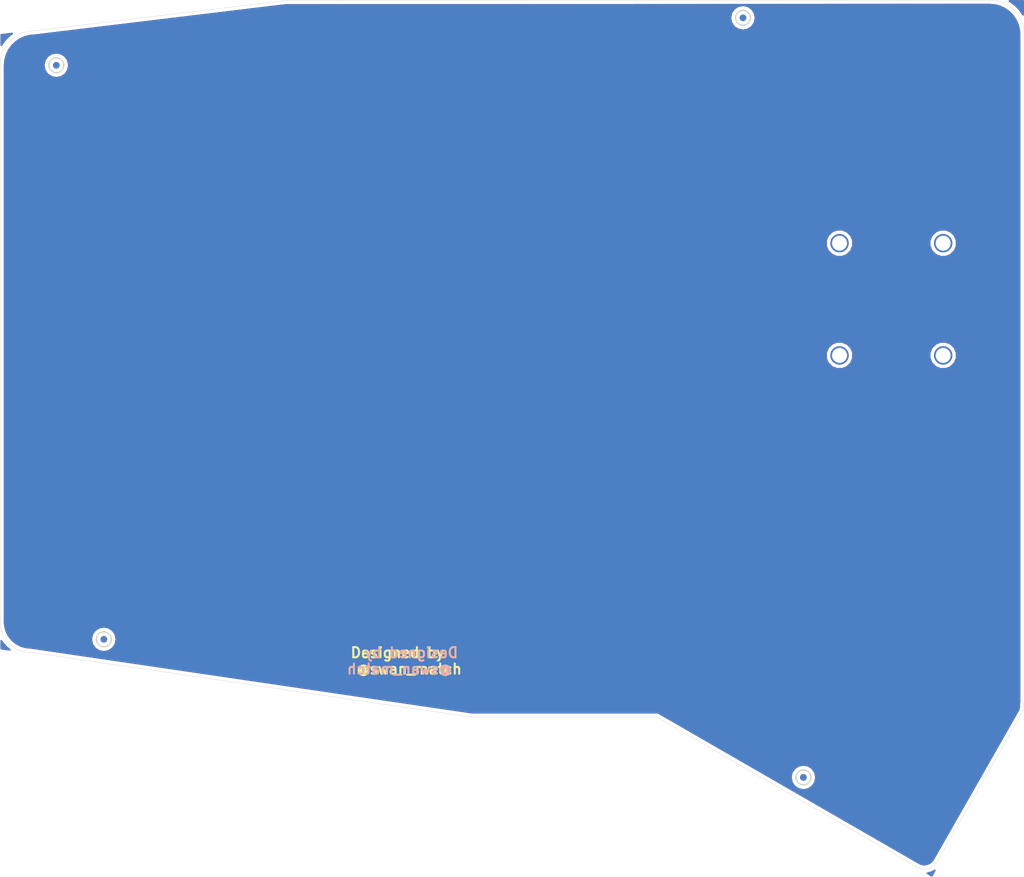
<source format=kicad_pcb>
(kicad_pcb (version 20171130) (host pcbnew 5.0.2-bee76a0~70~ubuntu18.04.1)

  (general
    (thickness 1.6)
    (drawings 21)
    (tracks 0)
    (zones 0)
    (modules 1)
    (nets 1)
  )

  (page A4)
  (layers
    (0 F.Cu signal)
    (31 B.Cu signal)
    (32 B.Adhes user)
    (33 F.Adhes user)
    (34 B.Paste user)
    (35 F.Paste user)
    (36 B.SilkS user)
    (37 F.SilkS user)
    (38 B.Mask user)
    (39 F.Mask user)
    (40 Dwgs.User user)
    (41 Cmts.User user)
    (42 Eco1.User user)
    (43 Eco2.User user)
    (44 Edge.Cuts user)
    (45 Margin user)
    (46 B.CrtYd user)
    (47 F.CrtYd user)
    (48 B.Fab user)
    (49 F.Fab user)
  )

  (setup
    (last_trace_width 0.25)
    (trace_clearance 0.2)
    (zone_clearance 0.508)
    (zone_45_only no)
    (trace_min 0.2)
    (segment_width 0.2)
    (edge_width 0.05)
    (via_size 0.8)
    (via_drill 0.4)
    (via_min_size 0.4)
    (via_min_drill 0.3)
    (uvia_size 0.3)
    (uvia_drill 0.1)
    (uvias_allowed no)
    (uvia_min_size 0.2)
    (uvia_min_drill 0.1)
    (pcb_text_width 0.3)
    (pcb_text_size 1.5 1.5)
    (mod_edge_width 0.12)
    (mod_text_size 1 1)
    (mod_text_width 0.15)
    (pad_size 3.47 3.47)
    (pad_drill 2.2)
    (pad_to_mask_clearance 0.051)
    (solder_mask_min_width 0.25)
    (aux_axis_origin 0 0)
    (grid_origin 71.77 33.64)
    (visible_elements FFFFFF7F)
    (pcbplotparams
      (layerselection 0x010fc_ffffffff)
      (usegerberextensions false)
      (usegerberattributes false)
      (usegerberadvancedattributes false)
      (creategerberjobfile false)
      (excludeedgelayer true)
      (linewidth 0.100000)
      (plotframeref false)
      (viasonmask false)
      (mode 1)
      (useauxorigin false)
      (hpglpennumber 1)
      (hpglpenspeed 20)
      (hpglpendiameter 15.000000)
      (psnegative false)
      (psa4output false)
      (plotreference true)
      (plotvalue true)
      (plotinvisibletext false)
      (padsonsilk false)
      (subtractmaskfromsilk false)
      (outputformat 1)
      (mirror false)
      (drillshape 1)
      (scaleselection 1)
      (outputdirectory ""))
  )

  (net 0 "")

  (net_class Default "これはデフォルトのネット クラスです。"
    (clearance 0.2)
    (trace_width 0.25)
    (via_dia 0.8)
    (via_drill 0.4)
    (uvia_dia 0.3)
    (uvia_drill 0.1)
  )

  (module keyboard:Promicro-home (layer F.Cu) (tedit 5DF8FEBB) (tstamp 5DF8FE06)
    (at 200.27 56.64)
    (fp_text reference REF** (at 0 0.5) (layer Dwgs.User)
      (effects (font (size 1 1) (thickness 0.15)))
    )
    (fp_text value Promicro-home (at 0 -0.5) (layer F.Fab)
      (effects (font (size 1 1) (thickness 0.15)))
    )
    (fp_arc (start 8.89 -26.035) (end 10.16 -26.035) (angle -90) (layer F.CrtYd) (width 0.12))
    (fp_arc (start -8.89 -26.035) (end -8.89 -27.305) (angle -90) (layer F.CrtYd) (width 0.12))
    (fp_arc (start -8.89 25.4) (end -10.16 25.4) (angle -90) (layer F.CrtYd) (width 0.12))
    (fp_arc (start 8.89 25.4) (end 8.89 26.67) (angle -90) (layer F.CrtYd) (width 0.12))
    (fp_line (start -8.89 -27.305) (end 8.89 -27.305) (layer F.CrtYd) (width 0.12))
    (fp_line (start -8.89 26.67) (end 8.89 26.67) (layer F.CrtYd) (width 0.12))
    (fp_line (start -10.16 -26.035) (end -10.16 25.4) (layer F.CrtYd) (width 0.12))
    (fp_line (start 10.16 -26.035) (end 10.16 25.4) (layer F.CrtYd) (width 0.12))
    (pad 1 thru_hole circle (at -7.62 8.255) (size 2.7 2.7) (drill 2.2) (layers *.Cu *.Mask)
      (clearance 0.4))
    (pad 1 thru_hole circle (at 7.62 8.255) (size 2.7 2.7) (drill 2.2) (layers *.Cu *.Mask)
      (clearance 0.4))
    (pad 1 thru_hole circle (at -7.62 24.765) (size 2.7 2.7) (drill 2.2) (layers *.Cu *.Mask)
      (clearance 0.4))
    (pad 1 thru_hole circle (at 7.62 24.765) (size 2.7 2.7) (drill 2.2) (layers *.Cu *.Mask)
      (clearance 0.4))
  )

  (gr_circle (center 187.34 143.495) (end 188.44 143.495) (layer Edge.Cuts) (width 0.2) (tstamp 5DEFCE1E))
  (gr_circle (center 84.47 123.175) (end 85.57 123.175) (layer Edge.Cuts) (width 0.2) (tstamp 5DEFCE1E))
  (gr_circle (center 178.45 31.735) (end 179.55 31.735) (layer Edge.Cuts) (width 0.2) (tstamp 5DEFCE03))
  (gr_circle (center 77.485 38.72) (end 78.585 38.72) (layer Edge.Cuts) (width 0.2))
  (gr_text "Designed by\n   @swan_match" (at 129.682 126.35) (layer B.SilkS) (tstamp 5DEFC409)
    (effects (font (size 1.5 1.5) (thickness 0.3)) (justify mirror))
  )
  (gr_text "Designed by\n   @swan_match" (at 127.65 126.35) (layer F.SilkS)
    (effects (font (size 1.5 1.5) (thickness 0.3)))
  )
  (gr_text Alidox (at 119.014 118.476) (layer B.Mask) (tstamp 5DEFC399)
    (effects (font (size 5 5) (thickness 0.5)) (justify mirror))
  )
  (gr_text Alidox (at 119.014 118.984) (layer F.Mask)
    (effects (font (size 5 5) (thickness 0.5)))
  )
  (gr_arc (start 205.12 154.798) (end 203.850001 156.575999) (angle -90) (layer Edge.Cuts) (width 0.05) (tstamp 5DEFC325))
  (gr_arc (start 217.566 132.954) (end 219.343999 134.223999) (angle -43.64593599) (layer Edge.Cuts) (width 0.05))
  (gr_line (start 111.14 29.195) (end 74.31 33.64) (layer Edge.Cuts) (width 0.05))
  (gr_arc (start 73.675 120.635) (end 69.23 120.635) (angle -90) (layer Edge.Cuts) (width 0.05))
  (gr_arc (start 214.77 34.14) (end 219.77 34.14) (angle -90) (layer Edge.Cuts) (width 0.05))
  (gr_arc (start 74.31 38.72) (end 74.31 33.64) (angle -90) (layer Edge.Cuts) (width 0.05))
  (gr_line (start 69.23 120.635) (end 69.23 38.72) (layer Edge.Cuts) (width 0.05))
  (gr_line (start 138.445 134.605) (end 73.675 125.08) (layer Edge.Cuts) (width 0.05))
  (gr_line (start 165.75 134.605) (end 138.445 134.605) (layer Edge.Cuts) (width 0.05))
  (gr_line (start 203.85 156.576) (end 165.75 134.605) (layer Edge.Cuts) (width 0.05))
  (gr_line (start 219.344 134.224) (end 206.898 156.068) (layer Edge.Cuts) (width 0.05))
  (gr_line (start 219.77 34.14) (end 219.77 132.64) (layer Edge.Cuts) (width 0.05))
  (gr_line (start 111.14 29.195) (end 214.77 29.14) (layer Edge.Cuts) (width 0.05))

  (zone (net 0) (net_name "") (layer F.Cu) (tstamp 0) (hatch edge 0.508)
    (connect_pads (clearance 0.508))
    (min_thickness 0.254)
    (fill yes (arc_segments 16) (thermal_gap 0.508) (thermal_bridge_width 0.508))
    (polygon
      (pts
        (xy 219.77 29.14) (xy 219.77 133.14) (xy 206.27 158.14) (xy 165.77 134.64) (xy 137.27 134.64)
        (xy 69.27 124.64) (xy 69.27 34.14) (xy 110.27 29.14)
      )
    )
    (filled_polygon
      (pts
        (xy 206.220473 157.964431) (xy 205.590283 157.598765) (xy 206.158903 157.441475) (xy 206.197077 157.425064) (xy 206.23724 157.414406)
        (xy 206.323483 157.370724) (xy 206.645968 157.176477)
      )
    )
    (filled_polygon
      (pts
        (xy 215.538083 29.871173) (xy 216.281891 30.074656) (xy 216.977905 30.406638) (xy 217.60413 30.856626) (xy 218.140777 31.410403)
        (xy 218.570871 32.050451) (xy 218.880829 32.756553) (xy 219.062065 33.511457) (xy 219.11 34.164207) (xy 219.110001 132.432501)
        (xy 219.075718 132.552919) (xy 219.069157 132.649371) (xy 219.071862 133.152027) (xy 218.960699 133.558599) (xy 218.769395 133.899293)
        (xy 206.363701 155.672553) (xy 206.07299 155.980641) (xy 205.719847 156.193354) (xy 205.32251 156.303265) (xy 204.910257 156.302274)
        (xy 204.503308 156.187597) (xy 204.177479 156.002969) (xy 182.487358 143.495) (xy 185.485 143.495) (xy 185.626203 144.204878)
        (xy 186.028317 144.806683) (xy 186.630122 145.208797) (xy 187.34 145.35) (xy 188.049878 145.208797) (xy 188.651683 144.806683)
        (xy 189.053797 144.204878) (xy 189.195 143.495) (xy 189.053797 142.785122) (xy 188.651683 142.183317) (xy 188.049878 141.781203)
        (xy 187.34 141.64) (xy 186.630122 141.781203) (xy 186.028317 142.183317) (xy 185.626203 142.785122) (xy 185.485 143.495)
        (xy 182.487358 143.495) (xy 166.098575 134.044136) (xy 166.007519 133.983294) (xy 165.921014 133.966087) (xy 165.837492 133.937783)
        (xy 165.728242 133.945) (xy 138.493272 133.945) (xy 73.706714 124.417566) (xy 73.689819 124.418417) (xy 72.959844 124.348771)
        (xy 72.270484 124.146536) (xy 71.63181 123.817596) (xy 71.066857 123.37382) (xy 70.89433 123.175) (xy 82.615 123.175)
        (xy 82.756203 123.884878) (xy 83.158317 124.486683) (xy 83.760122 124.888797) (xy 84.47 125.03) (xy 85.179878 124.888797)
        (xy 85.781683 124.486683) (xy 86.183797 123.884878) (xy 86.325 123.175) (xy 86.183797 122.465122) (xy 85.781683 121.863317)
        (xy 85.179878 121.461203) (xy 84.47 121.32) (xy 83.760122 121.461203) (xy 83.158317 121.863317) (xy 82.756203 122.465122)
        (xy 82.615 123.175) (xy 70.89433 123.175) (xy 70.596012 122.83122) (xy 70.236267 122.209377) (xy 70.000598 121.530721)
        (xy 69.894145 120.796523) (xy 69.89 120.626934) (xy 69.89 81.056955) (xy 190.656263 81.056955) (xy 190.665 81.428329)
        (xy 190.665 81.799841) (xy 190.674267 81.822212) (xy 190.674836 81.846418) (xy 190.941218 82.489522) (xy 190.952942 82.494992)
        (xy 190.967199 82.529412) (xy 191.525588 83.087801) (xy 191.560008 83.102058) (xy 191.565478 83.113782) (xy 191.911946 83.247836)
        (xy 192.255159 83.39) (xy 192.279374 83.39) (xy 192.301955 83.398737) (xy 192.673329 83.39) (xy 193.044841 83.39)
        (xy 193.067212 83.380733) (xy 193.091418 83.380164) (xy 193.734522 83.113782) (xy 193.739992 83.102058) (xy 193.774412 83.087801)
        (xy 194.332801 82.529412) (xy 194.347058 82.494992) (xy 194.358782 82.489522) (xy 194.492836 82.143054) (xy 194.635 81.799841)
        (xy 194.635 81.775626) (xy 194.643737 81.753045) (xy 194.635 81.381671) (xy 194.635 81.056955) (xy 205.896263 81.056955)
        (xy 205.905 81.428329) (xy 205.905 81.799841) (xy 205.914267 81.822212) (xy 205.914836 81.846418) (xy 206.181218 82.489522)
        (xy 206.192942 82.494992) (xy 206.207199 82.529412) (xy 206.765588 83.087801) (xy 206.800008 83.102058) (xy 206.805478 83.113782)
        (xy 207.151946 83.247836) (xy 207.495159 83.39) (xy 207.519374 83.39) (xy 207.541955 83.398737) (xy 207.913329 83.39)
        (xy 208.284841 83.39) (xy 208.307212 83.380733) (xy 208.331418 83.380164) (xy 208.974522 83.113782) (xy 208.979992 83.102058)
        (xy 209.014412 83.087801) (xy 209.572801 82.529412) (xy 209.587058 82.494992) (xy 209.598782 82.489522) (xy 209.732836 82.143054)
        (xy 209.875 81.799841) (xy 209.875 81.775626) (xy 209.883737 81.753045) (xy 209.875 81.381671) (xy 209.875 81.010159)
        (xy 209.865733 80.987788) (xy 209.865164 80.963582) (xy 209.598782 80.320478) (xy 209.587058 80.315008) (xy 209.572801 80.280588)
        (xy 209.014412 79.722199) (xy 208.979992 79.707942) (xy 208.974522 79.696218) (xy 208.628054 79.562164) (xy 208.284841 79.42)
        (xy 208.260626 79.42) (xy 208.238045 79.411263) (xy 207.866671 79.42) (xy 207.495159 79.42) (xy 207.472788 79.429267)
        (xy 207.448582 79.429836) (xy 206.805478 79.696218) (xy 206.800008 79.707942) (xy 206.765588 79.722199) (xy 206.207199 80.280588)
        (xy 206.192942 80.315008) (xy 206.181218 80.320478) (xy 206.047164 80.666946) (xy 205.905 81.010159) (xy 205.905 81.034374)
        (xy 205.896263 81.056955) (xy 194.635 81.056955) (xy 194.635 81.010159) (xy 194.625733 80.987788) (xy 194.625164 80.963582)
        (xy 194.358782 80.320478) (xy 194.347058 80.315008) (xy 194.332801 80.280588) (xy 193.774412 79.722199) (xy 193.739992 79.707942)
        (xy 193.734522 79.696218) (xy 193.388054 79.562164) (xy 193.044841 79.42) (xy 193.020626 79.42) (xy 192.998045 79.411263)
        (xy 192.626671 79.42) (xy 192.255159 79.42) (xy 192.232788 79.429267) (xy 192.208582 79.429836) (xy 191.565478 79.696218)
        (xy 191.560008 79.707942) (xy 191.525588 79.722199) (xy 190.967199 80.280588) (xy 190.952942 80.315008) (xy 190.941218 80.320478)
        (xy 190.807164 80.666946) (xy 190.665 81.010159) (xy 190.665 81.034374) (xy 190.656263 81.056955) (xy 69.89 81.056955)
        (xy 69.89 64.546955) (xy 190.656263 64.546955) (xy 190.665 64.918329) (xy 190.665 65.289841) (xy 190.674267 65.312212)
        (xy 190.674836 65.336418) (xy 190.941218 65.979522) (xy 190.952942 65.984992) (xy 190.967199 66.019412) (xy 191.525588 66.577801)
        (xy 191.560008 66.592058) (xy 191.565478 66.603782) (xy 191.911946 66.737836) (xy 192.255159 66.88) (xy 192.279374 66.88)
        (xy 192.301955 66.888737) (xy 192.673329 66.88) (xy 193.044841 66.88) (xy 193.067212 66.870733) (xy 193.091418 66.870164)
        (xy 193.734522 66.603782) (xy 193.739992 66.592058) (xy 193.774412 66.577801) (xy 194.332801 66.019412) (xy 194.347058 65.984992)
        (xy 194.358782 65.979522) (xy 194.492836 65.633054) (xy 194.635 65.289841) (xy 194.635 65.265626) (xy 194.643737 65.243045)
        (xy 194.635 64.871671) (xy 194.635 64.546955) (xy 205.896263 64.546955) (xy 205.905 64.918329) (xy 205.905 65.289841)
        (xy 205.914267 65.312212) (xy 205.914836 65.336418) (xy 206.181218 65.979522) (xy 206.192942 65.984992) (xy 206.207199 66.019412)
        (xy 206.765588 66.577801) (xy 206.800008 66.592058) (xy 206.805478 66.603782) (xy 207.151946 66.737836) (xy 207.495159 66.88)
        (xy 207.519374 66.88) (xy 207.541955 66.888737) (xy 207.913329 66.88) (xy 208.284841 66.88) (xy 208.307212 66.870733)
        (xy 208.331418 66.870164) (xy 208.974522 66.603782) (xy 208.979992 66.592058) (xy 209.014412 66.577801) (xy 209.572801 66.019412)
        (xy 209.587058 65.984992) (xy 209.598782 65.979522) (xy 209.732836 65.633054) (xy 209.875 65.289841) (xy 209.875 65.265626)
        (xy 209.883737 65.243045) (xy 209.875 64.871671) (xy 209.875 64.500159) (xy 209.865733 64.477788) (xy 209.865164 64.453582)
        (xy 209.598782 63.810478) (xy 209.587058 63.805008) (xy 209.572801 63.770588) (xy 209.014412 63.212199) (xy 208.979992 63.197942)
        (xy 208.974522 63.186218) (xy 208.628054 63.052164) (xy 208.284841 62.91) (xy 208.260626 62.91) (xy 208.238045 62.901263)
        (xy 207.866671 62.91) (xy 207.495159 62.91) (xy 207.472788 62.919267) (xy 207.448582 62.919836) (xy 206.805478 63.186218)
        (xy 206.800008 63.197942) (xy 206.765588 63.212199) (xy 206.207199 63.770588) (xy 206.192942 63.805008) (xy 206.181218 63.810478)
        (xy 206.047164 64.156946) (xy 205.905 64.500159) (xy 205.905 64.524374) (xy 205.896263 64.546955) (xy 194.635 64.546955)
        (xy 194.635 64.500159) (xy 194.625733 64.477788) (xy 194.625164 64.453582) (xy 194.358782 63.810478) (xy 194.347058 63.805008)
        (xy 194.332801 63.770588) (xy 193.774412 63.212199) (xy 193.739992 63.197942) (xy 193.734522 63.186218) (xy 193.388054 63.052164)
        (xy 193.044841 62.91) (xy 193.020626 62.91) (xy 192.998045 62.901263) (xy 192.626671 62.91) (xy 192.255159 62.91)
        (xy 192.232788 62.919267) (xy 192.208582 62.919836) (xy 191.565478 63.186218) (xy 191.560008 63.197942) (xy 191.525588 63.212199)
        (xy 190.967199 63.770588) (xy 190.952942 63.805008) (xy 190.941218 63.810478) (xy 190.807164 64.156946) (xy 190.665 64.500159)
        (xy 190.665 64.524374) (xy 190.656263 64.546955) (xy 69.89 64.546955) (xy 69.89 38.749392) (xy 69.892623 38.72)
        (xy 75.63 38.72) (xy 75.771203 39.429878) (xy 76.173317 40.031683) (xy 76.775122 40.433797) (xy 77.485 40.575)
        (xy 78.194878 40.433797) (xy 78.796683 40.031683) (xy 79.198797 39.429878) (xy 79.34 38.72) (xy 79.198797 38.010122)
        (xy 78.796683 37.408317) (xy 78.194878 37.006203) (xy 77.485 36.865) (xy 76.775122 37.006203) (xy 76.173317 37.408317)
        (xy 75.771203 38.010122) (xy 75.63 38.72) (xy 69.892623 38.72) (xy 69.962437 37.937751) (xy 70.169672 37.180226)
        (xy 70.507777 36.471375) (xy 70.966067 35.833596) (xy 71.530055 35.287054) (xy 72.181913 34.849023) (xy 72.901038 34.533349)
        (xy 73.669768 34.348794) (xy 74.309038 34.301848) (xy 74.324546 34.303033) (xy 95.602542 31.735) (xy 176.595 31.735)
        (xy 176.736203 32.444878) (xy 177.138317 33.046683) (xy 177.740122 33.448797) (xy 178.45 33.59) (xy 179.159878 33.448797)
        (xy 179.761683 33.046683) (xy 180.163797 32.444878) (xy 180.305 31.735) (xy 180.163797 31.025122) (xy 179.761683 30.423317)
        (xy 179.159878 30.021203) (xy 178.45 29.88) (xy 177.740122 30.021203) (xy 177.138317 30.423317) (xy 176.736203 31.025122)
        (xy 176.595 31.735) (xy 95.602542 31.735) (xy 111.179865 29.854979) (xy 214.740778 29.800015)
      )
    )
    (filled_polygon
      (pts
        (xy 187.479679 143.157784) (xy 187.598094 143.236906) (xy 187.677216 143.355321) (xy 187.705 143.495) (xy 187.677216 143.634679)
        (xy 187.598094 143.753094) (xy 187.479679 143.832216) (xy 187.34 143.86) (xy 187.200321 143.832216) (xy 187.081906 143.753094)
        (xy 187.002784 143.634679) (xy 186.975 143.495) (xy 187.002784 143.355321) (xy 187.081906 143.236906) (xy 187.200321 143.157784)
        (xy 187.34 143.13)
      )
    )
    (filled_polygon
      (pts
        (xy 84.609679 122.837784) (xy 84.728094 122.916906) (xy 84.807216 123.035321) (xy 84.835 123.175) (xy 84.807216 123.314679)
        (xy 84.728094 123.433094) (xy 84.609679 123.512216) (xy 84.47 123.54) (xy 84.330321 123.512216) (xy 84.211906 123.433094)
        (xy 84.132784 123.314679) (xy 84.105 123.175) (xy 84.132784 123.035321) (xy 84.211906 122.916906) (xy 84.330321 122.837784)
        (xy 84.47 122.81)
      )
    )
    (filled_polygon
      (pts
        (xy 77.624679 38.382784) (xy 77.743094 38.461906) (xy 77.822216 38.580321) (xy 77.85 38.72) (xy 77.822216 38.859679)
        (xy 77.743094 38.978094) (xy 77.624679 39.057216) (xy 77.485 39.085) (xy 77.345321 39.057216) (xy 77.226906 38.978094)
        (xy 77.147784 38.859679) (xy 77.12 38.72) (xy 77.147784 38.580321) (xy 77.226906 38.461906) (xy 77.345321 38.382784)
        (xy 77.485 38.355)
      )
    )
    (filled_polygon
      (pts
        (xy 178.589679 31.397784) (xy 178.708094 31.476906) (xy 178.787216 31.595321) (xy 178.815 31.735) (xy 178.787216 31.874679)
        (xy 178.708094 31.993094) (xy 178.589679 32.072216) (xy 178.45 32.1) (xy 178.310321 32.072216) (xy 178.191906 31.993094)
        (xy 178.112784 31.874679) (xy 178.085 31.735) (xy 178.112784 31.595321) (xy 178.191906 31.476906) (xy 178.310321 31.397784)
        (xy 178.45 31.37)
      )
    )
    (filled_polygon
      (pts
        (xy 69.484969 123.546724) (xy 69.502709 123.571594) (xy 69.517939 123.598081) (xy 69.557763 123.648779) (xy 69.557771 123.64879)
        (xy 69.557776 123.648795) (xy 70.111155 124.286508) (xy 70.133284 124.307582) (xy 70.153243 124.330704) (xy 70.201934 124.372956)
        (xy 70.201944 124.372966) (xy 70.201949 124.37297) (xy 70.6338 124.712192) (xy 69.397 124.53031) (xy 69.397 123.394664)
      )
    )
    (filled_polygon
      (pts
        (xy 70.74494 34.224291) (xy 70.728799 34.237362) (xy 70.71127 34.248486) (xy 70.653765 34.298123) (xy 70.653749 34.298136)
        (xy 70.653744 34.298142) (xy 70.005163 34.926659) (xy 69.991595 34.942378) (xy 69.976308 34.956435) (xy 69.928489 35.015487)
        (xy 69.401455 35.748933) (xy 69.397 35.756466) (xy 69.397 34.252453) (xy 70.992605 34.057867)
      )
    )
    (filled_polygon
      (pts
        (xy 219.643 31.279277) (xy 219.203538 30.625287) (xy 219.19047 30.609149) (xy 219.179343 30.591616) (xy 219.129693 30.534095)
        (xy 218.511066 29.895722) (xy 218.495348 29.882154) (xy 218.481292 29.866869) (xy 218.42224 29.81905) (xy 217.700344 29.300315)
        (xy 217.68247 29.289744) (xy 217.66593 29.27719) (xy 217.647394 29.267) (xy 219.643 29.267)
      )
    )
  )
  (zone (net 0) (net_name "") (layer B.Cu) (tstamp 5DF8FE9A) (hatch edge 0.508)
    (connect_pads (clearance 0.508))
    (min_thickness 0.254)
    (fill yes (arc_segments 16) (thermal_gap 0.508) (thermal_bridge_width 0.508))
    (polygon
      (pts
        (xy 219.77 29.14) (xy 219.77 133.14) (xy 206.27 158.14) (xy 165.77 134.64) (xy 137.27 134.64)
        (xy 69.27 124.64) (xy 69.27 34.14) (xy 110.27 29.14)
      )
    )
    (filled_polygon
      (pts
        (xy 206.220473 157.964431) (xy 205.590283 157.598765) (xy 206.158903 157.441475) (xy 206.197077 157.425064) (xy 206.23724 157.414406)
        (xy 206.323483 157.370724) (xy 206.645968 157.176477)
      )
    )
    (filled_polygon
      (pts
        (xy 215.538083 29.871173) (xy 216.281891 30.074656) (xy 216.977905 30.406638) (xy 217.60413 30.856626) (xy 218.140777 31.410403)
        (xy 218.570871 32.050451) (xy 218.880829 32.756553) (xy 219.062065 33.511457) (xy 219.11 34.164207) (xy 219.110001 132.432501)
        (xy 219.075718 132.552919) (xy 219.069157 132.649371) (xy 219.071862 133.152027) (xy 218.960699 133.558599) (xy 218.769395 133.899293)
        (xy 206.363701 155.672553) (xy 206.07299 155.980641) (xy 205.719847 156.193354) (xy 205.32251 156.303265) (xy 204.910257 156.302274)
        (xy 204.503308 156.187597) (xy 204.177479 156.002969) (xy 182.487358 143.495) (xy 185.485 143.495) (xy 185.626203 144.204878)
        (xy 186.028317 144.806683) (xy 186.630122 145.208797) (xy 187.34 145.35) (xy 188.049878 145.208797) (xy 188.651683 144.806683)
        (xy 189.053797 144.204878) (xy 189.195 143.495) (xy 189.053797 142.785122) (xy 188.651683 142.183317) (xy 188.049878 141.781203)
        (xy 187.34 141.64) (xy 186.630122 141.781203) (xy 186.028317 142.183317) (xy 185.626203 142.785122) (xy 185.485 143.495)
        (xy 182.487358 143.495) (xy 166.098575 134.044136) (xy 166.007519 133.983294) (xy 165.921014 133.966087) (xy 165.837492 133.937783)
        (xy 165.728242 133.945) (xy 138.493272 133.945) (xy 73.706714 124.417566) (xy 73.689819 124.418417) (xy 72.959844 124.348771)
        (xy 72.270484 124.146536) (xy 71.63181 123.817596) (xy 71.066857 123.37382) (xy 70.89433 123.175) (xy 82.615 123.175)
        (xy 82.756203 123.884878) (xy 83.158317 124.486683) (xy 83.760122 124.888797) (xy 84.47 125.03) (xy 85.179878 124.888797)
        (xy 85.781683 124.486683) (xy 86.183797 123.884878) (xy 86.325 123.175) (xy 86.183797 122.465122) (xy 85.781683 121.863317)
        (xy 85.179878 121.461203) (xy 84.47 121.32) (xy 83.760122 121.461203) (xy 83.158317 121.863317) (xy 82.756203 122.465122)
        (xy 82.615 123.175) (xy 70.89433 123.175) (xy 70.596012 122.83122) (xy 70.236267 122.209377) (xy 70.000598 121.530721)
        (xy 69.894145 120.796523) (xy 69.89 120.626934) (xy 69.89 81.056955) (xy 190.656263 81.056955) (xy 190.665 81.428329)
        (xy 190.665 81.799841) (xy 190.674267 81.822212) (xy 190.674836 81.846418) (xy 190.941218 82.489522) (xy 190.952942 82.494992)
        (xy 190.967199 82.529412) (xy 191.525588 83.087801) (xy 191.560008 83.102058) (xy 191.565478 83.113782) (xy 191.911946 83.247836)
        (xy 192.255159 83.39) (xy 192.279374 83.39) (xy 192.301955 83.398737) (xy 192.673329 83.39) (xy 193.044841 83.39)
        (xy 193.067212 83.380733) (xy 193.091418 83.380164) (xy 193.734522 83.113782) (xy 193.739992 83.102058) (xy 193.774412 83.087801)
        (xy 194.332801 82.529412) (xy 194.347058 82.494992) (xy 194.358782 82.489522) (xy 194.492836 82.143054) (xy 194.635 81.799841)
        (xy 194.635 81.775626) (xy 194.643737 81.753045) (xy 194.635 81.381671) (xy 194.635 81.056955) (xy 205.896263 81.056955)
        (xy 205.905 81.428329) (xy 205.905 81.799841) (xy 205.914267 81.822212) (xy 205.914836 81.846418) (xy 206.181218 82.489522)
        (xy 206.192942 82.494992) (xy 206.207199 82.529412) (xy 206.765588 83.087801) (xy 206.800008 83.102058) (xy 206.805478 83.113782)
        (xy 207.151946 83.247836) (xy 207.495159 83.39) (xy 207.519374 83.39) (xy 207.541955 83.398737) (xy 207.913329 83.39)
        (xy 208.284841 83.39) (xy 208.307212 83.380733) (xy 208.331418 83.380164) (xy 208.974522 83.113782) (xy 208.979992 83.102058)
        (xy 209.014412 83.087801) (xy 209.572801 82.529412) (xy 209.587058 82.494992) (xy 209.598782 82.489522) (xy 209.732836 82.143054)
        (xy 209.875 81.799841) (xy 209.875 81.775626) (xy 209.883737 81.753045) (xy 209.875 81.381671) (xy 209.875 81.010159)
        (xy 209.865733 80.987788) (xy 209.865164 80.963582) (xy 209.598782 80.320478) (xy 209.587058 80.315008) (xy 209.572801 80.280588)
        (xy 209.014412 79.722199) (xy 208.979992 79.707942) (xy 208.974522 79.696218) (xy 208.628054 79.562164) (xy 208.284841 79.42)
        (xy 208.260626 79.42) (xy 208.238045 79.411263) (xy 207.866671 79.42) (xy 207.495159 79.42) (xy 207.472788 79.429267)
        (xy 207.448582 79.429836) (xy 206.805478 79.696218) (xy 206.800008 79.707942) (xy 206.765588 79.722199) (xy 206.207199 80.280588)
        (xy 206.192942 80.315008) (xy 206.181218 80.320478) (xy 206.047164 80.666946) (xy 205.905 81.010159) (xy 205.905 81.034374)
        (xy 205.896263 81.056955) (xy 194.635 81.056955) (xy 194.635 81.010159) (xy 194.625733 80.987788) (xy 194.625164 80.963582)
        (xy 194.358782 80.320478) (xy 194.347058 80.315008) (xy 194.332801 80.280588) (xy 193.774412 79.722199) (xy 193.739992 79.707942)
        (xy 193.734522 79.696218) (xy 193.388054 79.562164) (xy 193.044841 79.42) (xy 193.020626 79.42) (xy 192.998045 79.411263)
        (xy 192.626671 79.42) (xy 192.255159 79.42) (xy 192.232788 79.429267) (xy 192.208582 79.429836) (xy 191.565478 79.696218)
        (xy 191.560008 79.707942) (xy 191.525588 79.722199) (xy 190.967199 80.280588) (xy 190.952942 80.315008) (xy 190.941218 80.320478)
        (xy 190.807164 80.666946) (xy 190.665 81.010159) (xy 190.665 81.034374) (xy 190.656263 81.056955) (xy 69.89 81.056955)
        (xy 69.89 64.546955) (xy 190.656263 64.546955) (xy 190.665 64.918329) (xy 190.665 65.289841) (xy 190.674267 65.312212)
        (xy 190.674836 65.336418) (xy 190.941218 65.979522) (xy 190.952942 65.984992) (xy 190.967199 66.019412) (xy 191.525588 66.577801)
        (xy 191.560008 66.592058) (xy 191.565478 66.603782) (xy 191.911946 66.737836) (xy 192.255159 66.88) (xy 192.279374 66.88)
        (xy 192.301955 66.888737) (xy 192.673329 66.88) (xy 193.044841 66.88) (xy 193.067212 66.870733) (xy 193.091418 66.870164)
        (xy 193.734522 66.603782) (xy 193.739992 66.592058) (xy 193.774412 66.577801) (xy 194.332801 66.019412) (xy 194.347058 65.984992)
        (xy 194.358782 65.979522) (xy 194.492836 65.633054) (xy 194.635 65.289841) (xy 194.635 65.265626) (xy 194.643737 65.243045)
        (xy 194.635 64.871671) (xy 194.635 64.546955) (xy 205.896263 64.546955) (xy 205.905 64.918329) (xy 205.905 65.289841)
        (xy 205.914267 65.312212) (xy 205.914836 65.336418) (xy 206.181218 65.979522) (xy 206.192942 65.984992) (xy 206.207199 66.019412)
        (xy 206.765588 66.577801) (xy 206.800008 66.592058) (xy 206.805478 66.603782) (xy 207.151946 66.737836) (xy 207.495159 66.88)
        (xy 207.519374 66.88) (xy 207.541955 66.888737) (xy 207.913329 66.88) (xy 208.284841 66.88) (xy 208.307212 66.870733)
        (xy 208.331418 66.870164) (xy 208.974522 66.603782) (xy 208.979992 66.592058) (xy 209.014412 66.577801) (xy 209.572801 66.019412)
        (xy 209.587058 65.984992) (xy 209.598782 65.979522) (xy 209.732836 65.633054) (xy 209.875 65.289841) (xy 209.875 65.265626)
        (xy 209.883737 65.243045) (xy 209.875 64.871671) (xy 209.875 64.500159) (xy 209.865733 64.477788) (xy 209.865164 64.453582)
        (xy 209.598782 63.810478) (xy 209.587058 63.805008) (xy 209.572801 63.770588) (xy 209.014412 63.212199) (xy 208.979992 63.197942)
        (xy 208.974522 63.186218) (xy 208.628054 63.052164) (xy 208.284841 62.91) (xy 208.260626 62.91) (xy 208.238045 62.901263)
        (xy 207.866671 62.91) (xy 207.495159 62.91) (xy 207.472788 62.919267) (xy 207.448582 62.919836) (xy 206.805478 63.186218)
        (xy 206.800008 63.197942) (xy 206.765588 63.212199) (xy 206.207199 63.770588) (xy 206.192942 63.805008) (xy 206.181218 63.810478)
        (xy 206.047164 64.156946) (xy 205.905 64.500159) (xy 205.905 64.524374) (xy 205.896263 64.546955) (xy 194.635 64.546955)
        (xy 194.635 64.500159) (xy 194.625733 64.477788) (xy 194.625164 64.453582) (xy 194.358782 63.810478) (xy 194.347058 63.805008)
        (xy 194.332801 63.770588) (xy 193.774412 63.212199) (xy 193.739992 63.197942) (xy 193.734522 63.186218) (xy 193.388054 63.052164)
        (xy 193.044841 62.91) (xy 193.020626 62.91) (xy 192.998045 62.901263) (xy 192.626671 62.91) (xy 192.255159 62.91)
        (xy 192.232788 62.919267) (xy 192.208582 62.919836) (xy 191.565478 63.186218) (xy 191.560008 63.197942) (xy 191.525588 63.212199)
        (xy 190.967199 63.770588) (xy 190.952942 63.805008) (xy 190.941218 63.810478) (xy 190.807164 64.156946) (xy 190.665 64.500159)
        (xy 190.665 64.524374) (xy 190.656263 64.546955) (xy 69.89 64.546955) (xy 69.89 38.749392) (xy 69.892623 38.72)
        (xy 75.63 38.72) (xy 75.771203 39.429878) (xy 76.173317 40.031683) (xy 76.775122 40.433797) (xy 77.485 40.575)
        (xy 78.194878 40.433797) (xy 78.796683 40.031683) (xy 79.198797 39.429878) (xy 79.34 38.72) (xy 79.198797 38.010122)
        (xy 78.796683 37.408317) (xy 78.194878 37.006203) (xy 77.485 36.865) (xy 76.775122 37.006203) (xy 76.173317 37.408317)
        (xy 75.771203 38.010122) (xy 75.63 38.72) (xy 69.892623 38.72) (xy 69.962437 37.937751) (xy 70.169672 37.180226)
        (xy 70.507777 36.471375) (xy 70.966067 35.833596) (xy 71.530055 35.287054) (xy 72.181913 34.849023) (xy 72.901038 34.533349)
        (xy 73.669768 34.348794) (xy 74.309038 34.301848) (xy 74.324546 34.303033) (xy 95.602542 31.735) (xy 176.595 31.735)
        (xy 176.736203 32.444878) (xy 177.138317 33.046683) (xy 177.740122 33.448797) (xy 178.45 33.59) (xy 179.159878 33.448797)
        (xy 179.761683 33.046683) (xy 180.163797 32.444878) (xy 180.305 31.735) (xy 180.163797 31.025122) (xy 179.761683 30.423317)
        (xy 179.159878 30.021203) (xy 178.45 29.88) (xy 177.740122 30.021203) (xy 177.138317 30.423317) (xy 176.736203 31.025122)
        (xy 176.595 31.735) (xy 95.602542 31.735) (xy 111.179865 29.854979) (xy 214.740778 29.800015)
      )
    )
    (filled_polygon
      (pts
        (xy 187.479679 143.157784) (xy 187.598094 143.236906) (xy 187.677216 143.355321) (xy 187.705 143.495) (xy 187.677216 143.634679)
        (xy 187.598094 143.753094) (xy 187.479679 143.832216) (xy 187.34 143.86) (xy 187.200321 143.832216) (xy 187.081906 143.753094)
        (xy 187.002784 143.634679) (xy 186.975 143.495) (xy 187.002784 143.355321) (xy 187.081906 143.236906) (xy 187.200321 143.157784)
        (xy 187.34 143.13)
      )
    )
    (filled_polygon
      (pts
        (xy 84.609679 122.837784) (xy 84.728094 122.916906) (xy 84.807216 123.035321) (xy 84.835 123.175) (xy 84.807216 123.314679)
        (xy 84.728094 123.433094) (xy 84.609679 123.512216) (xy 84.47 123.54) (xy 84.330321 123.512216) (xy 84.211906 123.433094)
        (xy 84.132784 123.314679) (xy 84.105 123.175) (xy 84.132784 123.035321) (xy 84.211906 122.916906) (xy 84.330321 122.837784)
        (xy 84.47 122.81)
      )
    )
    (filled_polygon
      (pts
        (xy 77.624679 38.382784) (xy 77.743094 38.461906) (xy 77.822216 38.580321) (xy 77.85 38.72) (xy 77.822216 38.859679)
        (xy 77.743094 38.978094) (xy 77.624679 39.057216) (xy 77.485 39.085) (xy 77.345321 39.057216) (xy 77.226906 38.978094)
        (xy 77.147784 38.859679) (xy 77.12 38.72) (xy 77.147784 38.580321) (xy 77.226906 38.461906) (xy 77.345321 38.382784)
        (xy 77.485 38.355)
      )
    )
    (filled_polygon
      (pts
        (xy 178.589679 31.397784) (xy 178.708094 31.476906) (xy 178.787216 31.595321) (xy 178.815 31.735) (xy 178.787216 31.874679)
        (xy 178.708094 31.993094) (xy 178.589679 32.072216) (xy 178.45 32.1) (xy 178.310321 32.072216) (xy 178.191906 31.993094)
        (xy 178.112784 31.874679) (xy 178.085 31.735) (xy 178.112784 31.595321) (xy 178.191906 31.476906) (xy 178.310321 31.397784)
        (xy 178.45 31.37)
      )
    )
    (filled_polygon
      (pts
        (xy 69.484969 123.546724) (xy 69.502709 123.571594) (xy 69.517939 123.598081) (xy 69.557763 123.648779) (xy 69.557771 123.64879)
        (xy 69.557776 123.648795) (xy 70.111155 124.286508) (xy 70.133284 124.307582) (xy 70.153243 124.330704) (xy 70.201934 124.372956)
        (xy 70.201944 124.372966) (xy 70.201949 124.37297) (xy 70.6338 124.712192) (xy 69.397 124.53031) (xy 69.397 123.394664)
      )
    )
    (filled_polygon
      (pts
        (xy 70.74494 34.224291) (xy 70.728799 34.237362) (xy 70.71127 34.248486) (xy 70.653765 34.298123) (xy 70.653749 34.298136)
        (xy 70.653744 34.298142) (xy 70.005163 34.926659) (xy 69.991595 34.942378) (xy 69.976308 34.956435) (xy 69.928489 35.015487)
        (xy 69.401455 35.748933) (xy 69.397 35.756466) (xy 69.397 34.252453) (xy 70.992605 34.057867)
      )
    )
    (filled_polygon
      (pts
        (xy 219.643 31.279277) (xy 219.203538 30.625287) (xy 219.19047 30.609149) (xy 219.179343 30.591616) (xy 219.129693 30.534095)
        (xy 218.511066 29.895722) (xy 218.495348 29.882154) (xy 218.481292 29.866869) (xy 218.42224 29.81905) (xy 217.700344 29.300315)
        (xy 217.68247 29.289744) (xy 217.66593 29.27719) (xy 217.647394 29.267) (xy 219.643 29.267)
      )
    )
  )
)

</source>
